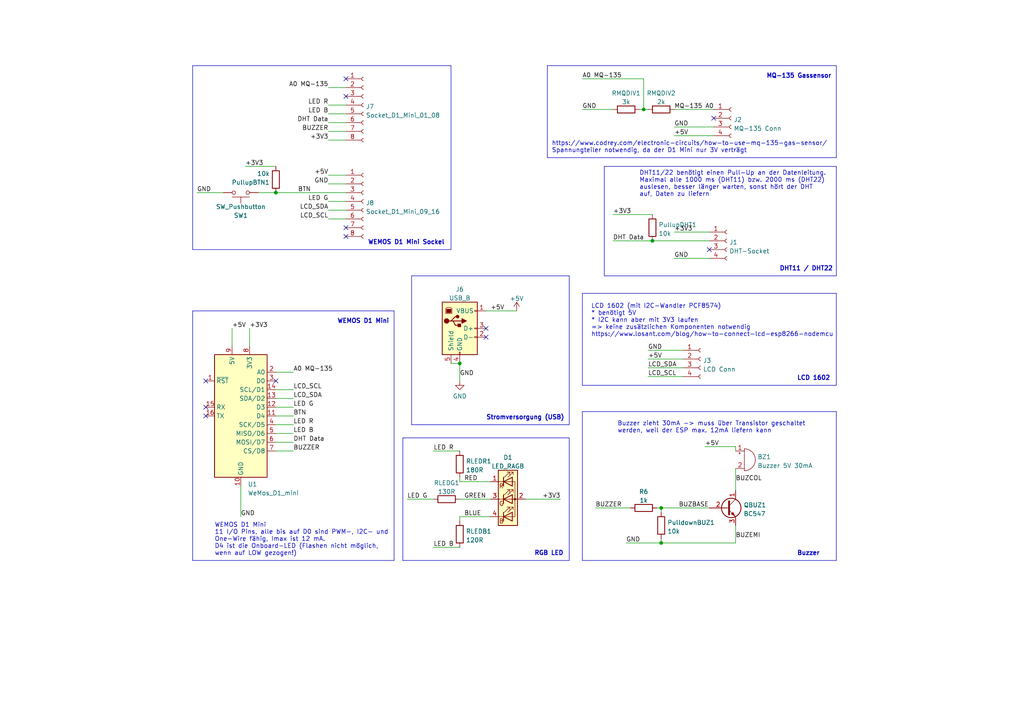
<source format=kicad_sch>
(kicad_sch (version 20230121) (generator eeschema)
  (paper "A4")
  (title_block (title "Open Source Air Monitor Device - ESP8266") (date "2023-01-15") (rev "1.0") (company "Open Source Hardware") (comment 1 "Ursprüngliches Design von Paul Goldschmidt"))
  (lib_symbols
    (symbol "Connector:Conn_01x04_Female" (pin_names (offset 1.016) hide)
      (property "Reference" "J" (at 0 5.08 0))
      (property "Value" "Conn_01x04_Female" (at 0 -7.62 0))
      (symbol "Conn_01x04_Female_1_1"
        (arc (start 0 -4.572) (mid -0.5058 -5.08) (end 0 -5.588) (stroke (width 0.1524)))
        (arc (start 0 -2.032) (mid -0.5058 -2.54) (end 0 -3.048) (stroke (width 0.1524)))
        (polyline (pts (xy -1.27 -5.08) (xy -0.508 -5.08)) (stroke (width 0.1524)))
        (polyline (pts (xy -1.27 -2.54) (xy -0.508 -2.54)) (stroke (width 0.1524)))
        (polyline (pts (xy -1.27 0) (xy -0.508 0)) (stroke (width 0.1524)))
        (polyline (pts (xy -1.27 2.54) (xy -0.508 2.54)) (stroke (width 0.1524)))
        (arc (start 0 0.508) (mid -0.5058 0) (end 0 -0.508) (stroke (width 0.1524)))
        (arc (start 0 3.048) (mid -0.5058 2.54) (end 0 2.032) (stroke (width 0.1524)))
        (pin passive line (at -5.08 2.54 0) (length 3.81) (name "Pin_1") (number "1"))
        (pin passive line (at -5.08 0 0) (length 3.81) (name "Pin_2") (number "2"))
        (pin passive line (at -5.08 -2.54 0) (length 3.81) (name "Pin_3") (number "3"))
        (pin passive line (at -5.08 -5.08 0) (length 3.81) (name "Pin_4") (number "4"))
      )
    )
    (symbol "Connector:Conn_01x08_Female" (pin_names (offset 1.016) hide)
      (property "Reference" "J" (at 0 10.16 0))
      (property "Value" "Conn_01x08_Female" (at 0 -12.7 0))
      (symbol "Conn_01x08_Female_1_1"
        (arc (start 0 -9.652) (mid -0.5058 -10.16) (end 0 -10.668) (stroke (width 0.1524)))
        (arc (start 0 -7.112) (mid -0.5058 -7.62) (end 0 -8.128) (stroke (width 0.1524)))
        (arc (start 0 -4.572) (mid -0.5058 -5.08) (end 0 -5.588) (stroke (width 0.1524)))
        (arc (start 0 -2.032) (mid -0.5058 -2.54) (end 0 -3.048) (stroke (width 0.1524)))
        (polyline (pts (xy -1.27 -10.16) (xy -0.508 -10.16)) (stroke (width 0.1524)))
        (polyline (pts (xy -1.27 -7.62) (xy -0.508 -7.62)) (stroke (width 0.1524)))
        (polyline (pts (xy -1.27 -5.08) (xy -0.508 -5.08)) (stroke (width 0.1524)))
        (polyline (pts (xy -1.27 -2.54) (xy -0.508 -2.54)) (stroke (width 0.1524)))
        (polyline (pts (xy -1.27 0) (xy -0.508 0)) (stroke (width 0.1524)))
        (polyline (pts (xy -1.27 2.54) (xy -0.508 2.54)) (stroke (width 0.1524)))
        (polyline (pts (xy -1.27 5.08) (xy -0.508 5.08)) (stroke (width 0.1524)))
        (polyline (pts (xy -1.27 7.62) (xy -0.508 7.62)) (stroke (width 0.1524)))
        (arc (start 0 0.508) (mid -0.5058 0) (end 0 -0.508) (stroke (width 0.1524)))
        (arc (start 0 3.048) (mid -0.5058 2.54) (end 0 2.032) (stroke (width 0.1524)))
        (arc (start 0 5.588) (mid -0.5058 5.08) (end 0 4.572) (stroke (width 0.1524)))
        (arc (start 0 8.128) (mid -0.5058 7.62) (end 0 7.112) (stroke (width 0.1524)))
        (pin passive line (at -5.08 7.62 0) (length 3.81) (name "Pin_1") (number "1"))
        (pin passive line (at -5.08 5.08 0) (length 3.81) (name "Pin_2") (number "2"))
        (pin passive line (at -5.08 2.54 0) (length 3.81) (name "Pin_3") (number "3"))
        (pin passive line (at -5.08 0 0) (length 3.81) (name "Pin_4") (number "4"))
        (pin passive line (at -5.08 -2.54 0) (length 3.81) (name "Pin_5") (number "5"))
        (pin passive line (at -5.08 -5.08 0) (length 3.81) (name "Pin_6") (number "6"))
        (pin passive line (at -5.08 -7.62 0) (length 3.81) (name "Pin_7") (number "7"))
        (pin passive line (at -5.08 -10.16 0) (length 3.81) (name "Pin_8") (number "8"))
      )
    )
    (symbol "Connector:USB_B" (pin_names (offset 1.016))
      (property "Reference" "J" (at -5.08 11.43 0))
      (property "Value" "USB_B" (at -5.08 8.89 0))
      (symbol "USB_B_0_1"
        (rectangle (start -5.08 -7.62) (end 5.08 7.62) (stroke (width 0.254)) (fill (type background)))
        (circle (center -3.81 2.159) (radius 0.635) (stroke (width 0.254)) (fill (type outline)))
        (rectangle (start -3.81 5.588) (end -2.54 4.572) (fill (type outline)))
        (circle (center -0.635 3.429) (radius 0.381) (stroke (width 0.254)) (fill (type outline)))
        (rectangle (start -0.127 -7.62) (end 0.127 -6.858))
        (polyline (pts (xy -1.905 2.159) (xy 0.635 2.159)) (stroke (width 0.254)))
        (polyline (pts (xy -3.175 2.159) (xy -2.54 2.159) (xy -1.27 3.429) (xy -0.635 3.429)) (stroke (width 0.254)))
        (polyline (pts (xy -2.54 2.159) (xy -1.905 2.159) (xy -1.27 0.889) (xy 0 0.889)) (stroke (width 0.254)))
        (polyline (pts (xy 0.635 2.794) (xy 0.635 1.524) (xy 1.905 2.159) (xy 0.635 2.794)) (stroke (width 0.254)) (fill (type outline)))
        (polyline (pts (xy -4.064 4.318) (xy -2.286 4.318) (xy -2.286 5.715) (xy -2.667 6.096) (xy -3.683 6.096) (xy -4.064 5.715) (xy -4.064 4.318)))
        (rectangle (start 0.254 1.27) (end -0.508 0.508) (stroke (width 0.254)) (fill (type outline)))
        (rectangle (start 5.08 -2.667) (end 4.318 -2.413))
        (rectangle (start 5.08 -0.127) (end 4.318 0.127))
        (rectangle (start 5.08 4.953) (end 4.318 5.207))
      )
      (symbol "USB_B_1_1"
        (pin power_out line (at 7.62 5.08 180) (length 2.54) (name "VBUS") (number "1"))
        (pin bidirectional line (at 7.62 -2.54 180) (length 2.54) (name "D-") (number "2"))
        (pin bidirectional line (at 7.62 0 180) (length 2.54) (name "D+") (number "3"))
        (pin power_out line (at 0 -10.16 90) (length 2.54) (name "GND") (number "4"))
        (pin passive line (at -2.54 -10.16 90) (length 2.54) (name "Shield") (number "5"))
      )
    )
    (symbol "Device:Buzzer" (pin_names (offset 0.0254) hide)
      (property "Reference" "BZ" (at 3.81 1.27 0))
      (property "Value" "Buzzer" (at 3.81 -1.27 0))
      (symbol "Buzzer_0_1"
        (arc (start 0 -3.175) (mid 3.1612 0) (end 0 3.175))
        (polyline (pts (xy -1.651 1.905) (xy -1.143 1.905)))
        (polyline (pts (xy -1.397 2.159) (xy -1.397 1.651)))
        (polyline (pts (xy 0 3.175) (xy 0 -3.175)))
      )
      (symbol "Buzzer_1_1"
        (pin passive line (at -2.54 2.54 0) (length 2.54) (name "-") (number "1"))
        (pin passive line (at -2.54 -2.54 0) (length 2.54) (name "+") (number "2"))
      )
    )
    (symbol "Device:LED_RAGB" (pin_names (offset 0) hide)
      (property "Reference" "D" (at 0 9.398 0))
      (property "Value" "LED_RAGB" (at 0 -8.89 0))
      (symbol "LED_RAGB_0_0"
        (text "B" (at -1.905 -6.35 0) (effects (font (size 1.27 1.27))))
        (text "G" (at -1.905 -1.27 0) (effects (font (size 1.27 1.27))))
        (text "R" (at -1.905 3.81 0) (effects (font (size 1.27 1.27))))
      )
      (symbol "LED_RAGB_0_1"
        (polyline (pts (xy -1.27 -5.08) (xy -2.54 -5.08)))
        (polyline (pts (xy -1.27 -5.08) (xy 1.27 -5.08)))
        (polyline (pts (xy -1.27 -3.81) (xy -1.27 -6.35)) (stroke (width 0.254)))
        (polyline (pts (xy -1.27 0) (xy -2.54 0)))
        (polyline (pts (xy -1.27 1.27) (xy -1.27 -1.27)) (stroke (width 0.254)))
        (polyline (pts (xy -1.27 5.08) (xy -2.54 5.08)))
        (polyline (pts (xy -1.27 5.08) (xy 1.27 5.08)))
        (polyline (pts (xy -1.27 6.35) (xy -1.27 3.81)) (stroke (width 0.254)))
        (polyline (pts (xy 1.27 0) (xy -1.27 0)))
        (polyline (pts (xy 1.27 0) (xy 2.54 0)))
        (polyline (pts (xy -1.27 1.27) (xy -1.27 -1.27) (xy -1.27 -1.27)))
        (polyline (pts (xy -1.27 6.35) (xy -1.27 3.81) (xy -1.27 3.81)))
        (polyline (pts (xy 1.27 -5.08) (xy 2.032 -5.08) (xy 2.032 5.08) (xy 1.27 5.08)))
        (polyline (pts (xy 1.27 -3.81) (xy 1.27 -6.35) (xy -1.27 -5.08) (xy 1.27 -3.81)) (stroke (width 0.254)))
        (polyline (pts (xy 1.27 1.27) (xy 1.27 -1.27) (xy -1.27 0) (xy 1.27 1.27)) (stroke (width 0.254)))
        (polyline (pts (xy 1.27 6.35) (xy 1.27 3.81) (xy -1.27 5.08) (xy 1.27 6.35)) (stroke (width 0.254)))
        (polyline (pts (xy -1.016 -3.81) (xy 0.508 -2.286) (xy -0.254 -2.286) (xy 0.508 -2.286) (xy 0.508 -3.048)))
        (polyline (pts (xy -1.016 1.27) (xy 0.508 2.794) (xy -0.254 2.794) (xy 0.508 2.794) (xy 0.508 2.032)))
        (polyline (pts (xy -1.016 6.35) (xy 0.508 7.874) (xy -0.254 7.874) (xy 0.508 7.874) (xy 0.508 7.112)))
        (polyline (pts (xy 0 -3.81) (xy 1.524 -2.286) (xy 0.762 -2.286) (xy 1.524 -2.286) (xy 1.524 -3.048)))
        (polyline (pts (xy 0 1.27) (xy 1.524 2.794) (xy 0.762 2.794) (xy 1.524 2.794) (xy 1.524 2.032)))
        (polyline (pts (xy 0 6.35) (xy 1.524 7.874) (xy 0.762 7.874) (xy 1.524 7.874) (xy 1.524 7.112)))
        (rectangle (start 1.27 -1.27) (end 1.27 1.27))
        (rectangle (start 1.27 1.27) (end 1.27 1.27))
        (rectangle (start 1.27 3.81) (end 1.27 6.35))
        (rectangle (start 1.27 6.35) (end 1.27 6.35))
        (circle (center 2.032 0) (radius 0.254) (fill (type outline)))
        (rectangle (start 2.794 8.382) (end -2.794 -7.62) (stroke (width 0.254)) (fill (type background)))
      )
      (symbol "LED_RAGB_1_1"
        (pin passive line (at -5.08 5.08 0) (length 2.54) (name "RK") (number "1"))
        (pin passive line (at 5.08 0 180) (length 2.54) (name "A") (number "2"))
        (pin passive line (at -5.08 0 0) (length 2.54) (name "GK") (number "3"))
        (pin passive line (at -5.08 -5.08 0) (length 2.54) (name "BK") (number "4"))
      )
    )
    (symbol "Device:R" (pin_numbers hide) (pin_names (offset 0))
      (property "Reference" "R" (at 2.032 0 90))
      (property "Value" "R" (at 0 0 90))
      (symbol "R_0_1"
        (rectangle (start -1.016 -2.54) (end 1.016 2.54) (stroke (width 0.254)))
      )
      (symbol "R_1_1"
        (pin passive line (at 0 3.81 270) (length 1.27) (name "~") (number "1"))
        (pin passive line (at 0 -3.81 90) (length 1.27) (name "~") (number "2"))
      )
    )
    (symbol "MCU_Module:WeMos_D1_mini"
      (property "Reference" "U" (at 3.81 19.05 0))
      (property "Value" "WeMos_D1_mini" (at 1.27 -19.05 0))
      (symbol "WeMos_D1_mini_1_1"
        (rectangle (start -7.62 17.78) (end 7.62 -17.78) (stroke (width 0.254)) (fill (type background)))
        (pin input line (at -10.16 10.16 0) (length 2.54) (name "~{RST}") (number "1"))
        (pin power_in line (at 0 -20.32 90) (length 2.54) (name "GND") (number "10"))
        (pin bidirectional line (at 10.16 0 180) (length 2.54) (name "D4") (number "11"))
        (pin bidirectional line (at 10.16 2.54 180) (length 2.54) (name "D3") (number "12"))
        (pin bidirectional line (at 10.16 5.08 180) (length 2.54) (name "SDA/D2") (number "13"))
        (pin bidirectional line (at 10.16 7.62 180) (length 2.54) (name "SCL/D1") (number "14"))
        (pin input line (at -10.16 2.54 0) (length 2.54) (name "RX") (number "15"))
        (pin output line (at -10.16 0 0) (length 2.54) (name "TX") (number "16"))
        (pin input line (at 10.16 12.7 180) (length 2.54) (name "A0") (number "2"))
        (pin bidirectional line (at 10.16 10.16 180) (length 2.54) (name "D0") (number "3"))
        (pin bidirectional line (at 10.16 -2.54 180) (length 2.54) (name "SCK/D5") (number "4"))
        (pin bidirectional line (at 10.16 -5.08 180) (length 2.54) (name "MISO/D6") (number "5"))
        (pin bidirectional line (at 10.16 -7.62 180) (length 2.54) (name "MOSI/D7") (number "6"))
        (pin bidirectional line (at 10.16 -10.16 180) (length 2.54) (name "CS/D8") (number "7"))
        (pin power_out line (at 2.54 20.32 270) (length 2.54) (name "3V3") (number "8"))
        (pin power_in line (at -2.54 20.32 270) (length 2.54) (name "5V") (number "9"))
      )
    )
    (symbol "Switch:SW_Push" (pin_numbers hide) (pin_names (offset 1.016) hide)
      (property "Reference" "SW" (at 1.27 2.54 0))
      (property "Value" "SW_Push" (at 0 -1.524 0))
      (symbol "SW_Push_0_1"
        (circle (center -2.032 0) (radius 0.508))
        (polyline (pts (xy 0 1.27) (xy 0 3.048)))
        (polyline (pts (xy 2.54 1.27) (xy -2.54 1.27)))
        (circle (center 2.032 0) (radius 0.508))
        (pin passive line (at -5.08 0 0) (length 2.54) (name "1") (number "1"))
        (pin passive line (at 5.08 0 180) (length 2.54) (name "2") (number "2"))
      )
    )
    (symbol "Transistor_BJT:BC547" (pin_names (offset 0) hide)
      (property "Reference" "Q" (at 5.08 1.905 0))
      (property "Value" "BC547" (at 5.08 0 0))
      (symbol "BC547_0_1"
        (polyline (pts (xy 0 0) (xy 0.635 0)))
        (polyline (pts (xy 0.635 0.635) (xy 2.54 2.54)))
        (polyline (pts (xy 0.635 -0.635) (xy 2.54 -2.54) (xy 2.54 -2.54)))
        (polyline (pts (xy 0.635 1.905) (xy 0.635 -1.905) (xy 0.635 -1.905)) (stroke (width 0.508)))
        (polyline (pts (xy 1.27 -1.778) (xy 1.778 -1.27) (xy 2.286 -2.286) (xy 1.27 -1.778) (xy 1.27 -1.778)) (fill (type outline)))
        (circle (center 1.27 0) (radius 2.8194) (stroke (width 0.254)))
      )
      (symbol "BC547_1_1"
        (pin passive line (at 2.54 5.08 270) (length 2.54) (name "C") (number "1"))
        (pin input line (at -5.08 0 0) (length 5.08) (name "B") (number "2"))
        (pin passive line (at 2.54 -5.08 90) (length 2.54) (name "E") (number "3"))
      )
    )
    (symbol "power:+5V" (power) (pin_names (offset 0))
      (property "Value" "+5V" (at 0 3.556 0))
      (symbol "+5V_0_1"
        (polyline (pts (xy -0.762 1.27) (xy 0 2.54)))
        (polyline (pts (xy 0 0) (xy 0 2.54)))
        (polyline (pts (xy 0 2.54) (xy 0.762 1.27)))
      )
      (symbol "+5V_1_1"
        (pin power_in line (at 0 0 90) (length 0) hide (name "+5V") (number "1"))
      )
    )
    (symbol "power:GND" (power) (pin_names (offset 0))
      (property "Value" "GND" (at 0 -3.81 0))
      (symbol "GND_0_1"
        (polyline (pts (xy 0 0) (xy 0 -1.27) (xy 1.27 -1.27) (xy 0 -2.54) (xy -1.27 -1.27) (xy 0 -1.27)))
      )
      (symbol "GND_1_1"
        (pin power_in line (at 0 0 270) (length 0) hide (name "GND") (number "1"))
      )
    )
  )
  (junction (at 191.77 157.48))
  (junction (at 80.01 55.88))
  (junction (at 189.23 69.85))
  (junction (at 186.69 31.75))
  (junction (at 191.77 147.32))
  (junction (at 133.35 105.41))
  (no_connect (at 205.74 72.39))
  (no_connect (at 100.33 68.58))
  (no_connect (at 140.97 95.25))
  (no_connect (at 207.01 34.29))
  (no_connect (at 59.69 120.65))
  (no_connect (at 100.33 66.04))
  (no_connect (at 59.69 110.49))
  (no_connect (at 100.33 22.86))
  (no_connect (at 80.01 110.49))
  (no_connect (at 140.97 97.79))
  (no_connect (at 100.33 27.94))
  (no_connect (at 59.69 118.11))
  (polyline (pts (xy 168.91 119.38) (xy 168.91 162.56)))
  (wire (pts (xy 100.33 63.5) (xy 95.25 63.5)))
  (polyline (pts (xy 130.81 19.05) (xy 130.81 72.39)))
  (wire (pts (xy 80.01 113.03) (xy 85.09 113.03)))
  (wire (pts (xy 95.25 33.02) (xy 100.33 33.02)))
  (wire (pts (xy 80.01 107.95) (xy 85.09 107.95)))
  (wire (pts (xy 195.58 39.37) (xy 207.01 39.37)))
  (polyline (pts (xy 165.1 80.01) (xy 165.1 123.19)))
  (wire (pts (xy 204.47 129.54) (xy 213.36 129.54)))
  (wire (pts (xy 195.58 31.75) (xy 207.01 31.75)))
  (polyline (pts (xy 242.57 45.72) (xy 158.75 45.72)))
  (wire (pts (xy 187.96 106.68) (xy 198.12 106.68)))
  (polyline (pts (xy 168.91 119.38) (xy 242.57 119.38)))
  (wire (pts (xy 187.96 109.22) (xy 198.12 109.22)))
  (wire (pts (xy 133.35 144.78) (xy 142.24 144.78)))
  (wire (pts (xy 195.58 36.83) (xy 207.01 36.83)))
  (wire (pts (xy 191.77 157.48) (xy 213.36 157.48)))
  (wire (pts (xy 130.81 105.41) (xy 133.35 105.41)))
  (wire (pts (xy 95.25 35.56) (xy 100.33 35.56)))
  (wire (pts (xy 95.25 40.64) (xy 100.33 40.64)))
  (wire (pts (xy 177.8 69.85) (xy 189.23 69.85)))
  (wire (pts (xy 95.25 38.1) (xy 100.33 38.1)))
  (wire (pts (xy 191.77 156.21) (xy 191.77 157.48)))
  (wire (pts (xy 191.77 147.32) (xy 205.74 147.32)))
  (polyline (pts (xy 130.81 72.39) (xy 55.88 72.39)))
  (polyline (pts (xy 116.84 127) (xy 116.84 162.56)))
  (wire (pts (xy 95.25 53.34) (xy 100.33 53.34)))
  (wire (pts (xy 133.35 149.86) (xy 133.35 151.13)))
  (wire (pts (xy 72.39 95.25) (xy 72.39 100.33)))
  (wire (pts (xy 69.85 140.97) (xy 69.85 149.86)))
  (wire (pts (xy 133.35 105.41) (xy 133.35 110.49)))
  (wire (pts (xy 80.01 115.57) (xy 85.09 115.57)))
  (wire (pts (xy 213.36 135.89) (xy 213.36 142.24)))
  (wire (pts (xy 80.01 55.88) (xy 100.33 55.88)))
  (wire (pts (xy 213.36 130.81) (xy 213.36 129.54)))
  (wire (pts (xy 152.4 144.78) (xy 162.56 144.78)))
  (wire (pts (xy 64.77 55.88) (xy 57.15 55.88)))
  (wire (pts (xy 80.01 118.11) (xy 85.09 118.11)))
  (polyline (pts (xy 55.88 90.17) (xy 114.3 90.17)))
  (wire (pts (xy 213.36 157.48) (xy 213.36 152.4)))
  (polyline (pts (xy 158.75 19.05) (xy 158.75 45.72)))
  (polyline (pts (xy 55.88 90.17) (xy 55.88 162.56)))
  (polyline (pts (xy 116.84 127) (xy 165.1 127)))
  (wire (pts (xy 186.69 31.75) (xy 185.42 31.75)))
  (polyline (pts (xy 168.91 85.09) (xy 242.57 85.09)))
  (polyline (pts (xy 165.1 162.56) (xy 116.84 162.56)))
  (polyline (pts (xy 242.57 162.56) (xy 168.91 162.56)))
  (wire (pts (xy 195.58 67.31) (xy 205.74 67.31)))
  (wire (pts (xy 125.73 158.75) (xy 133.35 158.75)))
  (polyline (pts (xy 55.88 19.05) (xy 55.88 72.39)))
  (polyline (pts (xy 242.57 111.76) (xy 168.91 111.76)))
  (wire (pts (xy 133.35 149.86) (xy 142.24 149.86)))
  (wire (pts (xy 195.58 74.93) (xy 205.74 74.93)))
  (wire (pts (xy 100.33 58.42) (xy 95.25 58.42)))
  (wire (pts (xy 191.77 147.32) (xy 191.77 148.59)))
  (wire (pts (xy 140.97 90.17) (xy 149.86 90.17)))
  (wire (pts (xy 80.01 120.65) (xy 85.09 120.65)))
  (polyline (pts (xy 242.57 119.38) (xy 242.57 162.56)))
  (wire (pts (xy 125.73 130.81) (xy 133.35 130.81)))
  (wire (pts (xy 95.25 50.8) (xy 100.33 50.8)))
  (wire (pts (xy 181.61 157.48) (xy 191.77 157.48)))
  (wire (pts (xy 100.33 60.96) (xy 95.25 60.96)))
  (wire (pts (xy 172.72 147.32) (xy 182.88 147.32)))
  (wire (pts (xy 133.35 139.7) (xy 142.24 139.7)))
  (wire (pts (xy 95.25 30.48) (xy 100.33 30.48)))
  (polyline (pts (xy 175.26 48.26) (xy 175.26 80.01)))
  (wire (pts (xy 177.8 62.23) (xy 189.23 62.23)))
  (wire (pts (xy 80.01 128.27) (xy 85.09 128.27)))
  (polyline (pts (xy 55.88 19.05) (xy 130.81 19.05)))
  (polyline (pts (xy 158.75 19.05) (xy 242.57 19.05)))
  (polyline (pts (xy 165.1 127) (xy 165.1 162.56)))
  (wire (pts (xy 80.01 130.81) (xy 85.09 130.81)))
  (wire (pts (xy 71.12 48.26) (xy 80.01 48.26)))
  (wire (pts (xy 95.25 25.4) (xy 100.33 25.4)))
  (polyline (pts (xy 242.57 19.05) (xy 242.57 45.72)))
  (polyline (pts (xy 119.38 80.01) (xy 165.1 80.01)))
  (polyline (pts (xy 165.1 123.19) (xy 119.38 123.19)))
  (wire (pts (xy 80.01 55.88) (xy 74.93 55.88)))
  (polyline (pts (xy 114.3 162.56) (xy 55.88 162.56)))
  (polyline (pts (xy 175.26 48.26) (xy 242.57 48.26)))
  (wire (pts (xy 80.01 123.19) (xy 85.09 123.19)))
  (wire (pts (xy 80.01 125.73) (xy 85.09 125.73)))
  (wire (pts (xy 190.5 147.32) (xy 191.77 147.32)))
  (wire (pts (xy 67.31 95.25) (xy 67.31 100.33)))
  (wire (pts (xy 118.11 144.78) (xy 125.73 144.78)))
  (polyline (pts (xy 114.3 90.17) (xy 114.3 162.56)))
  (polyline (pts (xy 242.57 48.26) (xy 242.57 80.01)))
  (wire (pts (xy 189.23 69.85) (xy 205.74 69.85)))
  (wire (pts (xy 186.69 31.75) (xy 186.69 22.86)))
  (wire (pts (xy 133.35 138.43) (xy 133.35 139.7)))
  (polyline (pts (xy 242.57 80.01) (xy 175.26 80.01)))
  (polyline (pts (xy 168.91 85.09) (xy 168.91 111.76)))
  (wire (pts (xy 187.96 101.6) (xy 198.12 101.6)))
  (wire (pts (xy 187.96 31.75) (xy 186.69 31.75)))
  (polyline (pts (xy 119.38 80.01) (xy 119.38 123.19)))
  (wire (pts (xy 168.91 22.86) (xy 186.69 22.86)))
  (wire (pts (xy 187.96 104.14) (xy 198.12 104.14)))
  (polyline (pts (xy 242.57 85.09) (xy 242.57 111.76)))
  (wire (pts (xy 177.8 31.75) (xy 168.91 31.75)))
  (text "Buzzer" (at 231.14 161.29 0) (effects (font (size 1.27 1.27) (thickness 0.254) bold) (justify left bottom)))
  (text "WEMOS D1 Mini" (at 97.79 93.98 0) (effects (font (size 1.27 1.27) (thickness 0.254) bold) (justify left bottom)))
  (text "RGB LED" (at 154.94 161.29 0) (effects (font (size 1.27 1.27) (thickness 0.254) bold) (justify left bottom)))
  (text "Buzzer zieht 30mA -> muss über Transistor geschaltet\nwerden, weil der ESP max. 12mA liefern kann" (at 179.07 125.73 0) (effects (font (size 1.27 1.27)) (justify left bottom)))
  (text "https://www.codrey.com/electronic-circuits/how-to-use-mq-135-gas-sensor/\nSpannungteiler notwendig, da der D1 Mini nur 3V verträgt" (at 160.02 44.45 0) (effects (font (size 1.27 1.27)) (justify left bottom)))
  (text "LCD 1602" (at 231.14 110.49 0) (effects (font (size 1.27 1.27) (thickness 0.254) bold) (justify left bottom)))
  (text "WEMOS D1 Mini\n11 I/O Pins, alle bis auf D0 sind PWM-, I2C- und \nOne-Wire fähig, Imax ist 12 mA.\nD4 ist die Onboard-LED (Flashen nicht möglich,\nwenn auf LOW gezogen!)" (at 62.23 161.29 0) (effects (font (size 1.27 1.27)) (justify left bottom)))
  (text "DHT11/22 benötigt einen Pull-Up an der Datenleitung.\nMaximal alle 1000 ms (DHT11) bzw. 2000 ms (DHT22)\nauslesen, besser länger warten, sonst hört der DHT\nauf, Daten zu liefern" (at 185.42 57.15 0) (effects (font (size 1.27 1.27)) (justify left bottom)))
  (text "DHT11 / DHT22" (at 226.06 78.74 0) (effects (font (size 1.27 1.27) (thickness 0.254) bold) (justify left bottom)))
  (text "LCD 1602 (mit I2C-Wandler PCF8574)\n* benötigt 5V\n* I2C kann aber mit 3V3 laufen\n=> keine zusätzlichen Komponenten notwendig\nhttps://www.losant.com/blog/how-to-connect-lcd-esp8266-nodemcu" (at 171.45 97.79 0) (effects (font (size 1.27 1.27)) (justify left bottom)))
  (text "WEMOS D1 Mini Sockel" (at 106.68 71.12 0) (effects (font (size 1.27 1.27) (thickness 0.254) bold) (justify left bottom)))
  (text "Stromversorgung (USB)" (at 140.97 121.92 0) (effects (font (size 1.27 1.27) (thickness 0.254) bold) (justify left bottom)))
  (text "MQ-135 Gassensor" (at 222.25 22.86 0) (effects (font (size 1.27 1.27) (thickness 0.254) bold) (justify left bottom)))
  (label "GND" (at 57.15 55.88 0))
  (label "LED G" (at 118.11 144.78 0))
  (label "LED R" (at 85.09 123.19 0))
  (label "A0 MQ-135" (at 95.25 25.4 180))
  (label "LED B" (at 95.25 33.02 180))
  (label "LED R" (at 95.25 30.48 180))
  (label "LED G" (at 85.09 118.11 0))
  (label "LCD_SCL" (at 95.25 63.5 180))
  (label "GND" (at 195.58 36.83 0))
  (label "MQ-135 A0" (at 195.58 31.75 0))
  (label "LED R" (at 125.73 130.81 0))
  (label "+5V" (at 204.47 129.54 0))
  (label "GND" (at 95.25 53.34 180))
  (label "BLUE" (at 134.62 149.86 0))
  (label "BUZBASE" (at 196.85 147.32 0))
  (label "DHT Data" (at 85.09 128.27 0))
  (label "GND" (at 168.91 31.75 0))
  (label "+5V" (at 67.31 95.25 0))
  (label "GND" (at 133.35 109.22 0))
  (label "LED B" (at 125.73 158.75 0))
  (label "BUZCOL" (at 213.36 139.7 0))
  (label "A0 MQ-135" (at 168.91 22.86 0))
  (label "+3V3" (at 177.8 62.23 0))
  (label "LED B" (at 85.09 125.73 0))
  (label "GND" (at 195.58 74.93 0))
  (label "LED G" (at 95.25 58.42 180))
  (label "GND" (at 69.85 149.86 0))
  (label "+3V3" (at 71.12 48.26 0))
  (label "+3V3" (at 162.56 144.78 180))
  (label "BTN" (at 90.17 55.88 180))
  (label "LCD_SDA" (at 95.25 60.96 180))
  (label "LCD_SDA" (at 187.96 106.68 0))
  (label "BUZZER" (at 172.72 147.32 0))
  (label "BTN" (at 85.09 120.65 0))
  (label "+3V3" (at 95.25 40.64 180))
  (label "+5V" (at 142.24 90.17 0))
  (label "LCD_SDA" (at 85.09 115.57 0))
  (label "RED" (at 134.62 139.7 0))
  (label "GREEN" (at 134.62 144.78 0))
  (label "+5V" (at 95.25 50.8 180))
  (label "DHT Data" (at 177.8 69.85 0))
  (label "+5V" (at 187.96 104.14 0))
  (label "+3V3" (at 72.39 95.25 0))
  (label "+5V" (at 195.58 39.37 0))
  (label "BUZZER" (at 95.25 38.1 180))
  (label "A0 MQ-135" (at 85.09 107.95 0))
  (label "GND" (at 181.61 157.48 0))
  (label "DHT Data" (at 95.25 35.56 180))
  (label "BUZZER" (at 85.09 130.81 0))
  (label "LCD_SCL" (at 85.09 113.03 0))
  (label "BUZEMI" (at 213.36 156.21 0))
  (label "+3V3" (at 195.58 67.31 0))
  (label "LCD_SCL" (at 187.96 109.22 0))
  (label "GND" (at 187.96 101.6 0))
  (symbol (lib_id "Device:R") (at 189.23 66.04 0) (unit 1)
    (property "Reference" "PullupDHT1" (at 191.008 65.2053 0) (effects (justify left)))
    (property "Value" "10k" (at 191.008 67.7422 0) (effects (justify left)))
    (property "Footprint" "Resistor_THT:R_Axial_DIN0207_L6.3mm_D2.5mm_P7.62mm_Horizontal" (effects hide))
  )
  (symbol (lib_id "Device:R") (at 133.35 154.94 180) (unit 1)
    (property "Reference" "RLEDB1" (at 135.128 154.1053 0) (effects (justify right)))
    (property "Value" "120R" (at 135.128 156.6422 0) (effects (justify right)))
    (property "Footprint" "Resistor_THT:R_Axial_DIN0207_L6.3mm_D2.5mm_P7.62mm_Horizontal" (effects hide))
  )
  (symbol (lib_id "Connector:USB_B") (at 133.35 95.25 0) (unit 1)
    (property "Reference" "J6" (at 133.35 83.9302 0))
    (property "Value" "USB_B" (at 133.35 86.4671 0))
    (property "Footprint" "Connector_USB:USB_B_OST_USB-B1HSxx_Horizontal" (effects hide))
    (property "Datasheet" " ~" (effects hide))
  )
  (symbol (lib_id "Device:LED_RAGB") (at 147.32 144.78 0) (unit 1)
    (property "Reference" "D1" (at 147.32 132.6982 0))
    (property "Value" "LED_RAGB" (at 147.32 135.2351 0))
    (property "Footprint" "LED_THT:LED_D5.0mm-4_RGB" (effects hide))
  )
  (symbol (lib_id "Device:R") (at 191.77 31.75 90) (unit 1)
    (property "Reference" "RMQDIV2" (at 191.77 27.0342 90))
    (property "Value" "2k" (at 191.77 29.5711 90))
    (property "Footprint" "Resistor_THT:R_Axial_DIN0207_L6.3mm_D2.5mm_P7.62mm_Horizontal" (effects hide))
  )
  (symbol (lib_id "Connector:Conn_01x08_Female") (at 105.41 30.48 0) (unit 1)
    (property "Reference" "J7" (at 106.1212 30.9153 0) (effects (justify left)))
    (property "Value" "Socket_D1_Mini_01_08" (at 106.1212 33.4522 0) (effects (justify left)))
    (property "Footprint" "Connector_PinSocket_2.54mm:PinSocket_1x08_P2.54mm_Vertical" (effects hide))
  )
  (symbol (lib_id "MCU_Module:WeMos_D1_mini") (at 69.85 120.65 0) (unit 1) (on_board no)
    (property "Reference" "U1" (at 71.8694 140.4604 0) (effects (justify left)))
    (property "Value" "WeMos_D1_mini" (at 71.8694 142.9973 0) (effects (justify left)))
    (property "Footprint" "Module:WEMOS_D1_mini_light" (effects hide))
    (property "Datasheet" "https://wiki.wemos.cc/products:d1:d1_mini#documentation" (effects hide))
  )
  (symbol (lib_id "Device:R") (at 133.35 134.62 0) (unit 1)
    (property "Reference" "RLEDR1" (at 135.128 133.7853 0) (effects (justify left)))
    (property "Value" "180R" (at 135.128 136.3222 0) (effects (justify left)))
    (property "Footprint" "Resistor_THT:R_Axial_DIN0207_L6.3mm_D2.5mm_P7.62mm_Horizontal" (effects hide))
  )
  (symbol (lib_id "Device:R") (at 80.01 52.07 0) (unit 1)
    (property "Reference" "PullupBTN1" (at 78.232 52.9047 0) (effects (justify right)))
    (property "Value" "10k" (at 78.232 50.3678 0) (effects (justify right)))
    (property "Footprint" "Resistor_THT:R_Axial_DIN0207_L6.3mm_D2.5mm_P7.62mm_Horizontal" (effects hide))
  )
  (symbol (lib_id "Connector:Conn_01x04_Female") (at 210.82 69.85 0) (unit 1)
    (property "Reference" "J1" (at 211.5312 70.2853 0) (effects (justify left)))
    (property "Value" "DHT-Socket" (at 211.5312 72.8222 0) (effects (justify left)))
    (property "Footprint" "Connector_PinSocket_2.54mm:PinSocket_1x04_P2.54mm_Vertical" (effects hide))
  )
  (symbol (lib_id "Connector:Conn_01x04_Female") (at 203.2 104.14 0) (unit 1)
    (property "Reference" "J3" (at 203.9112 104.5753 0) (effects (justify left)))
    (property "Value" "LCD Conn" (at 203.9112 107.1122 0) (effects (justify left)))
    (property "Footprint" "Connector_PinSocket_2.54mm:PinSocket_1x04_P2.54mm_Vertical" (effects hide))
  )
  (symbol (lib_id "power:+5V") (at 149.86 90.17 0) (unit 1)
    (property "Reference" "#PWR03" (effects hide))
    (property "Value" "+5V" (at 149.86 86.5942 0))
  )
  (symbol (lib_id "Transistor_BJT:BC547") (at 210.82 147.32 0) (unit 1)
    (property "Reference" "QBUZ1" (at 215.6714 146.4853 0) (effects (justify left)))
    (property "Value" "BC547" (at 215.6714 149.0222 0) (effects (justify left)))
    (property "Footprint" "Package_TO_SOT_THT:TO-92_Inline" (effects hide))
    (property "Datasheet" "https://www.onsemi.com/pub/Collateral/BC550-D.pdf" (effects hide))
  )
  (symbol (lib_id "Device:R") (at 191.77 152.4 180) (unit 1)
    (property "Reference" "PulldownBUZ1" (at 193.548 151.5653 0) (effects (justify right)))
    (property "Value" "10k" (at 193.548 154.1022 0) (effects (justify right)))
    (property "Footprint" "Resistor_THT:R_Axial_DIN0207_L6.3mm_D2.5mm_P7.62mm_Horizontal" (effects hide))
  )
  (symbol (lib_id "Device:R") (at 129.54 144.78 90) (unit 1)
    (property "Reference" "RLEDG1" (at 129.54 140.0642 90))
    (property "Value" "130R" (at 129.54 142.6011 90))
    (property "Footprint" "Resistor_THT:R_Axial_DIN0207_L6.3mm_D2.5mm_P7.62mm_Horizontal" (effects hide))
  )
  (symbol (lib_id "Device:R") (at 186.69 147.32 90) (unit 1)
    (property "Reference" "R6" (at 186.69 142.6042 90))
    (property "Value" "1k" (at 186.69 145.1411 90))
    (property "Footprint" "Resistor_THT:R_Axial_DIN0207_L6.3mm_D2.5mm_P7.62mm_Horizontal" (effects hide))
  )
  (symbol (lib_id "power:GND") (at 133.35 110.49 0) (unit 1)
    (property "Reference" "#PWR04" (effects hide))
    (property "Value" "GND" (at 133.35 114.9334 0))
  )
  (symbol (lib_id "Device:R") (at 181.61 31.75 90) (unit 1)
    (property "Reference" "RMQDIV1" (at 181.61 27.0342 90))
    (property "Value" "3k" (at 181.61 29.5711 90))
    (property "Footprint" "Resistor_THT:R_Axial_DIN0207_L6.3mm_D2.5mm_P7.62mm_Horizontal" (effects hide))
  )
  (symbol (lib_id "Connector:Conn_01x08_Female") (at 105.41 58.42 0) (unit 1)
    (property "Reference" "J8" (at 106.1212 58.8553 0) (effects (justify left)))
    (property "Value" "Socket_D1_Mini_09_16" (at 106.1212 61.3922 0) (effects (justify left)))
    (property "Footprint" "Connector_PinSocket_2.54mm:PinSocket_1x08_P2.54mm_Vertical" (effects hide))
  )
  (symbol (lib_id "Switch:SW_Push") (at 69.85 55.88 180) (unit 1)
    (property "Reference" "SW1" (at 69.85 62.5008 0))
    (property "Value" "SW_Pushbutton" (at 69.85 59.9639 0))
    (property "Footprint" "Button_Switch_THT:SW_PUSH-12mm_Wuerth-430476085716" (effects hide))
  )
  (symbol (lib_id "Device:Buzzer") (at 215.9 133.35 0) (unit 1)
    (property "Reference" "BZ1" (at 219.71 132.5153 0) (effects (justify left)))
    (property "Value" "Buzzer 5V 30mA" (at 219.71 135.0522 0) (effects (justify left)))
    (property "Footprint" "Buzzer_Beeper:Buzzer_12x9.5RM7.6" (effects hide))
  )
  (symbol (lib_id "Connector:Conn_01x04_Female") (at 212.09 34.29 0) (unit 1)
    (property "Reference" "J2" (at 212.8012 34.7253 0) (effects (justify left)))
    (property "Value" "MQ-135 Conn" (at 212.8012 37.2622 0) (effects (justify left)))
    (property "Footprint" "Connector_PinSocket_2.54mm:PinSocket_1x04_P2.54mm_Vertical" (effects hide))
  )
)
</source>
